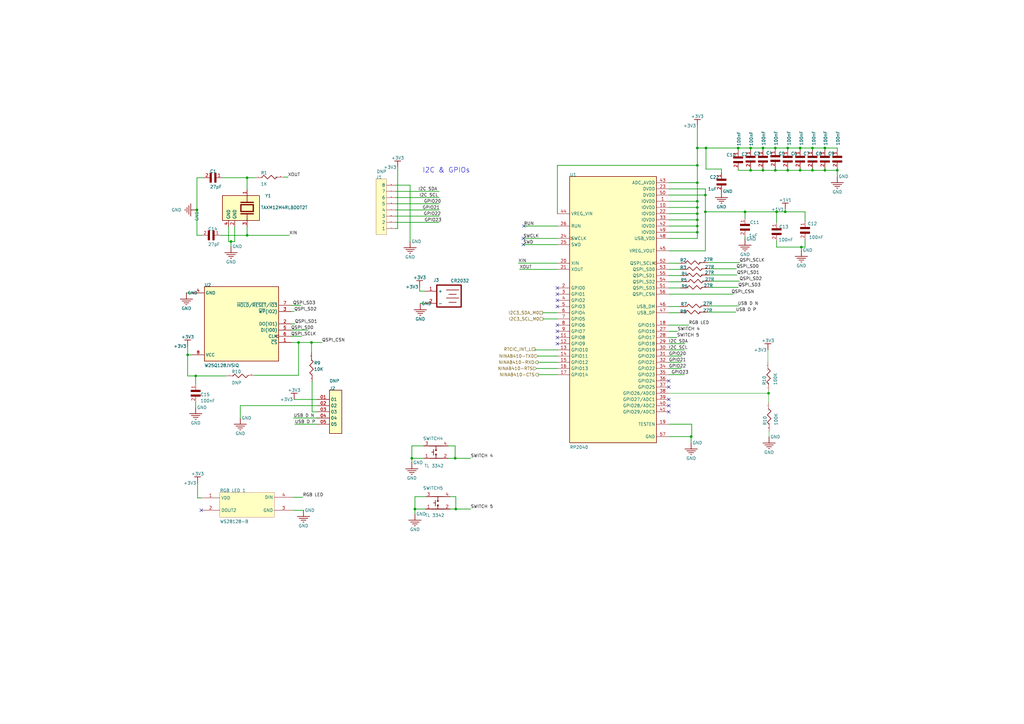
<source format=kicad_sch>
(kicad_sch (version 20230819) (generator eeschema)
  (paper "A3")
  (junction (at 318.516 86.868))
  (junction (at 343.408 69.85))
  (junction (at 305.562 86.868))
  (junction (at 315.214 161.29))
  (junction (at 80.772 86.106))
  (junction (at 328.676 101.346))
  (junction (at 307.848 69.85))
  (junction (at 323.088 60.706))
  (junction (at 168.91 187.96))
  (junction (at 127.762 140.462))
  (junction (at 328.168 60.706))
  (junction (at 186.944 208.788))
  (junction (at 289.306 80.01))
  (junction (at 286.004 74.93))
  (junction (at 312.928 60.706))
  (junction (at 286.004 92.71))
  (junction (at 94.742 99.06))
  (junction (at 318.008 60.706))
  (junction (at 170.18 208.788))
  (junction (at 286.004 82.55))
  (junction (at 302.768 60.706))
  (junction (at 286.004 67.818))
  (junction (at 286.004 85.09))
  (junction (at 289.56 60.706))
  (junction (at 338.328 69.85))
  (junction (at 283.464 179.07))
  (junction (at 318.008 69.85))
  (junction (at 286.004 95.25))
  (junction (at 322.072 86.868))
  (junction (at 333.248 69.85))
  (junction (at 101.346 72.898))
  (junction (at 186.69 187.96))
  (junction (at 286.004 90.17))
  (junction (at 289.306 86.868))
  (junction (at 333.248 60.706))
  (junction (at 312.928 69.85))
  (junction (at 286.004 87.63))
  (junction (at 80.264 154.178))
  (junction (at 323.088 69.85))
  (junction (at 338.328 60.706))
  (junction (at 328.168 69.85))
  (junction (at 101.346 96.52))
  (junction (at 307.848 60.706))
  (junction (at 122.428 140.462))
  (junction (at 76.962 145.542))
  (junction (at 286.004 60.706))
  (no_connect (at 228.6 123.19))
  (no_connect (at 228.6 118.11))
  (no_connect (at 228.6 140.97))
  (no_connect (at 274.32 158.75))
  (no_connect (at 274.32 163.83))
  (no_connect (at 228.6 133.35))
  (no_connect (at 228.6 120.65))
  (no_connect (at 274.32 166.37))
  (no_connect (at 214.63 97.79))
  (no_connect (at 228.6 135.89))
  (no_connect (at 228.6 125.73))
  (no_connect (at 214.63 100.33))
  (no_connect (at 214.884 92.71))
  (no_connect (at 82.55 209.296))
  (no_connect (at 228.6 138.43))
  (no_connect (at 274.32 168.91))
  (no_connect (at 274.32 156.21))
  (wire (pts (xy 333.248 60.706) (xy 338.328 60.706)) (stroke (width 0.254)))
  (wire (pts (xy 314.96 143.51) (xy 314.96 148.59)))
  (wire (pts (xy 127.762 144.78) (xy 127.762 140.462)) (stroke (width 0.254)))
  (wire (pts (xy 338.328 61.468) (xy 338.328 60.706)) (stroke (width 0.254)))
  (wire (pts (xy 78.74 120.142) (xy 76.454 120.142)) (stroke (width 0.254)))
  (wire (pts (xy 228.6 143.51) (xy 219.456 143.51)) (stroke (width 0.254)))
  (wire (pts (xy 318.008 60.706) (xy 323.088 60.706)) (stroke (width 0.254)))
  (wire (pts (xy 322.072 86.868) (xy 318.516 86.868)) (stroke (width 0.254)))
  (wire (pts (xy 289.306 77.47) (xy 289.306 80.01)) (stroke (width 0.254)))
  (wire (pts (xy 168.91 182.88) (xy 173.736 182.88)) (stroke (width 0.254)))
  (wire (pts (xy 302.26 112.776) (xy 290.83 112.776)) (stroke (width 0.254)))
  (wire (pts (xy 186.944 208.788) (xy 186.944 203.708)) (stroke (width 0.254)))
  (wire (pts (xy 328.168 69.85) (xy 328.168 69.088)) (stroke (width 0.254)))
  (wire (pts (xy 93.726 99.06) (xy 94.742 99.06)) (stroke (width 0.254)))
  (wire (pts (xy 286.004 90.17) (xy 286.004 87.63)) (stroke (width 0.254)))
  (wire (pts (xy 228.6 87.63) (xy 228.6 67.818)) (stroke (width 0.254)))
  (wire (pts (xy 279.4 148.59) (xy 274.32 148.59)) (stroke (width 0.254)))
  (wire (pts (xy 219.456 143.51) (xy 219.456 143.256)) (stroke (width 0.254)))
  (wire (pts (xy 274.32 128.27) (xy 278.384 128.27)) (stroke (width 0.254)))
  (wire (pts (xy 289.56 60.706) (xy 302.768 60.706)) (stroke (width 0.254)))
  (wire (pts (xy 315.4232 176.784) (xy 315.468 176.784)))
  (wire (pts (xy 130.048 168.91) (xy 128.016 168.91)) (stroke (width 0.254)))
  (wire (pts (xy 170.18 210.82) (xy 170.18 208.788)) (stroke (width 0.254)))
  (wire (pts (xy 323.088 69.85) (xy 323.088 69.088)) (stroke (width 0.254)))
  (wire (pts (xy 186.69 187.96) (xy 193.04 187.96)) (stroke (width 0.254)))
  (wire (pts (xy 83.566 72.898) (xy 80.772 72.898)) (stroke (width 0.254)))
  (wire (pts (xy 228.6 110.49) (xy 213.106 110.49)) (stroke (width 0.254)))
  (wire (pts (xy 228.6 97.79) (xy 214.63 97.79)) (stroke (width 0.254)))
  (wire (pts (xy 274.32 110.49) (xy 279.146 110.49)) (stroke (width 0.254)))
  (wire (pts (xy 101.346 72.898) (xy 91.186 72.898)) (stroke (width 0.254)))
  (wire (pts (xy 315.214 161.29) (xy 315.214 165.1)))
  (wire (pts (xy 81.026 198.12) (xy 81.026 204.216)) (stroke (width 0.254)))
  (wire (pts (xy 82.804 96.52) (xy 80.772 96.52)) (stroke (width 0.254)))
  (wire (pts (xy 162.356 75.946) (xy 168.198 75.946)) (stroke (width 0.254)))
  (wire (pts (xy 172.118 119.42) (xy 174.15 119.42)) (stroke (width 0.254)))
  (wire (pts (xy 81.026 204.216) (xy 82.55 204.216)) (stroke (width 0.254)))
  (wire (pts (xy 186.944 208.788) (xy 193.04 208.788)) (stroke (width 0.254)))
  (wire (pts (xy 280.67 143.51) (xy 274.32 143.51)) (stroke (width 0.254)))
  (wire (pts (xy 274.32 77.47) (xy 289.306 77.47)) (stroke (width 0.254)))
  (wire (pts (xy 283.464 179.07) (xy 283.718 179.07)) (stroke (width 0.254)))
  (wire (pts (xy 274.32 102.87) (xy 289.306 102.87)) (stroke (width 0.254)))
  (wire (pts (xy 328.676 101.346) (xy 328.676 102.616)) (stroke (width 0.254)))
  (wire (pts (xy 274.32 115.57) (xy 279.654 115.57)) (stroke (width 0.254)))
  (wire (pts (xy 101.346 92.964) (xy 101.346 96.52)) (stroke (width 0.254)))
  (wire (pts (xy 172.372 124.42) (xy 172.372 124.5)) (stroke (width 0.254)))
  (wire (pts (xy 80.264 157.48) (xy 80.264 154.178)) (stroke (width 0.254)))
  (wire (pts (xy 323.088 61.468) (xy 323.088 60.706)) (stroke (width 0.254)))
  (wire (pts (xy 302.006 110.236) (xy 290.83 110.236)) (stroke (width 0.254)))
  (wire (pts (xy 101.346 72.898) (xy 104.648 72.898)) (stroke (width 0.254)))
  (wire (pts (xy 307.848 69.85) (xy 307.848 69.088)) (stroke (width 0.254)))
  (wire (pts (xy 333.248 61.468) (xy 333.248 60.706)) (stroke (width 0.254)))
  (wire (pts (xy 279.654 146.05) (xy 274.32 146.05)) (stroke (width 0.254)))
  (wire (pts (xy 186.69 182.88) (xy 183.896 182.88)) (stroke (width 0.254)))
  (wire (pts (xy 328.168 69.85) (xy 323.088 69.85)) (stroke (width 0.254)))
  (wire (pts (xy 163.118 68.58) (xy 163.118 93.726)) (stroke (width 0.254)))
  (wire (pts (xy 303.276 107.696) (xy 290.068 107.696)) (stroke (width 0.254)))
  (wire (pts (xy 80.772 72.898) (xy 80.772 86.106)) (stroke (width 0.254)))
  (wire (pts (xy 318.516 86.868) (xy 305.562 86.868)) (stroke (width 0.254)))
  (wire (pts (xy 168.91 187.96) (xy 168.91 189.738)) (stroke (width 0.254)))
  (wire (pts (xy 328.168 60.706) (xy 328.168 61.468)) (stroke (width 0.254)))
  (wire (pts (xy 170.18 203.708) (xy 170.18 208.788)) (stroke (width 0.254)))
  (wire (pts (xy 286.004 60.706) (xy 286.004 51.562)) (stroke (width 0.254)))
  (wire (pts (xy 305.562 89.408) (xy 305.562 86.868)) (stroke (width 0.254)))
  (wire (pts (xy 333.248 69.85) (xy 333.248 69.088)) (stroke (width 0.254)))
  (wire (pts (xy 180.136 88.646) (xy 162.356 88.646)) (stroke (width 0.254)))
  (wire (pts (xy 80.264 154.178) (xy 92.71 154.178)) (stroke (width 0.254)))
  (wire (pts (xy 289.56 60.706) (xy 289.56 69.342)) (stroke (width 0.254)))
  (wire (pts (xy 212.598 107.95) (xy 228.6 107.95)) (stroke (width 0.254)))
  (wire (pts (xy 130.048 163.83) (xy 120.65 163.83)) (stroke (width 0.254)))
  (wire (pts (xy 328.676 101.346) (xy 330.2 101.346)) (stroke (width 0.254)))
  (wire (pts (xy 286.004 82.55) (xy 274.32 82.55)) (stroke (width 0.254)))
  (wire (pts (xy 303.276 115.316) (xy 291.338 115.316)) (stroke (width 0.254)))
  (wire (pts (xy 274.32 95.25) (xy 286.004 95.25)) (stroke (width 0.254)))
  (wire (pts (xy 119.38 132.842) (xy 120.904 132.842)) (stroke (width 0.254)))
  (wire (pts (xy 173.736 187.96) (xy 168.91 187.96)) (stroke (width 0.254)))
  (wire (pts (xy 123.698 137.922) (xy 119.38 137.922)) (stroke (width 0.254)))
  (wire (pts (xy 228.6 67.818) (xy 286.004 67.818)) (stroke (width 0.254)))
  (wire (pts (xy 333.248 60.706) (xy 328.168 60.706)) (stroke (width 0.254)))
  (wire (pts (xy 228.6 151.13) (xy 220.02 151.13)) (stroke (width 0.254)))
  (wire (pts (xy 228.6 148.59) (xy 220.692 148.59)) (stroke (width 0.254)))
  (wire (pts (xy 283.718 173.99) (xy 274.32 173.99)) (stroke (width 0.254)))
  (wire (pts (xy 180.136 86.106) (xy 162.356 86.106)) (stroke (width 0.254)))
  (wire (pts (xy 302.768 69.342) (xy 302.768 69.85)) (stroke (width 0.254)))
  (wire (pts (xy 274.32 161.29) (xy 315.214 161.29)))
  (wire (pts (xy 119.38 140.462) (xy 122.428 140.462)) (stroke (width 0.254)))
  (wire (pts (xy 172.118 117.642) (xy 172.118 119.42)) (stroke (width 0.254)))
  (wire (pts (xy 98.552 166.37) (xy 98.552 171.45)) (stroke (width 0.254)))
  (wire (pts (xy 283.464 181.61) (xy 283.464 179.07)) (stroke (width 0.254)))
  (wire (pts (xy 180.136 78.486) (xy 162.356 78.486)) (stroke (width 0.254)))
  (wire (pts (xy 124.206 203.962) (xy 120.142 203.962)) (stroke (width 0.254)))
  (wire (pts (xy 318.008 69.85) (xy 318.008 68.834)) (stroke (width 0.254)))
  (wire (pts (xy 282.448 133.35) (xy 274.32 133.35)) (stroke (width 0.254)))
  (wire (pts (xy 228.6 128.27) (xy 222.6 128.27)) (stroke (width 0.254)))
  (wire (pts (xy 274.32 113.03) (xy 279.146 113.03)) (stroke (width 0.254)))
  (wire (pts (xy 274.32 179.07) (xy 283.464 179.07)) (stroke (width 0.254)))
  (wire (pts (xy 328.676 101.346) (xy 318.516 101.346)) (stroke (width 0.254)))
  (wire (pts (xy 277.876 135.89) (xy 274.32 135.89)) (stroke (width 0.254)))
  (wire (pts (xy 318.516 91.186) (xy 318.516 86.868)) (stroke (width 0.254)))
  (wire (pts (xy 312.928 69.85) (xy 318.008 69.85)) (stroke (width 0.254)))
  (wire (pts (xy 274.32 90.17) (xy 286.004 90.17)) (stroke (width 0.254)))
  (wire (pts (xy 101.346 96.52) (xy 90.424 96.52)) (stroke (width 0.254)))
  (wire (pts (xy 128.016 168.91) (xy 128.016 156.464)) (stroke (width 0.254)))
  (wire (pts (xy 343.408 69.85) (xy 338.328 69.85)) (stroke (width 0.254)))
  (wire (pts (xy 94.742 99.06) (xy 94.742 101.092)) (stroke (width 0.254)))
  (wire (pts (xy 214.884 92.71) (xy 228.6 92.71)) (stroke (width 0.254)))
  (wire (pts (xy 338.328 60.706) (xy 343.408 60.706)) (stroke (width 0.254)))
  (wire (pts (xy 330.2 101.346) (xy 330.2 98.298)) (stroke (width 0.254)))
  (wire (pts (xy 286.004 92.71) (xy 286.004 90.17)) (stroke (width 0.254)))
  (wire (pts (xy 174.15 124.42) (xy 172.372 124.42)) (stroke (width 0.254)))
  (wire (pts (xy 120.65 127.762) (xy 119.38 127.762)) (stroke (width 0.254)))
  (wire (pts (xy 283.718 179.07) (xy 283.718 173.99)) (stroke (width 0.254)))
  (wire (pts (xy 343.408 60.706) (xy 343.408 61.468)) (stroke (width 0.254)))
  (wire (pts (xy 93.726 92.964) (xy 93.726 99.06)) (stroke (width 0.254)))
  (wire (pts (xy 307.848 60.706) (xy 312.928 60.706)) (stroke (width 0.254)))
  (wire (pts (xy 315.4232 179.1707) (xy 315.4232 176.784)))
  (wire (pts (xy 120.142 209.296) (xy 124.46 209.296)) (stroke (width 0.254)))
  (wire (pts (xy 286.004 67.818) (xy 286.004 60.706)) (stroke (width 0.254)))
  (wire (pts (xy 312.928 61.468) (xy 312.928 60.706)) (stroke (width 0.254)))
  (wire (pts (xy 315.214 160.274) (xy 315.214 161.29)))
  (wire (pts (xy 126.238 135.382) (xy 119.38 135.382)) (stroke (width 0.254)))
  (wire (pts (xy 80.264 154.178) (xy 76.962 154.178)) (stroke (width 0.254)))
  (wire (pts (xy 330.2 86.868) (xy 322.072 86.868)) (stroke (width 0.254)))
  (wire (pts (xy 305.562 98.044) (xy 305.562 97.028)) (stroke (width 0.254)))
  (wire (pts (xy 301.752 128.016) (xy 290.068 128.016)) (stroke (width 0.254)))
  (wire (pts (xy 168.198 75.946) (xy 168.198 99.06)) (stroke (width 0.254)))
  (wire (pts (xy 280.924 140.97) (xy 274.32 140.97)) (stroke (width 0.254)))
  (wire (pts (xy 302.768 69.85) (xy 307.848 69.85)) (stroke (width 0.254)))
  (wire (pts (xy 274.32 97.79) (xy 286.004 97.79)) (stroke (width 0.254)))
  (wire (pts (xy 286.004 97.79) (xy 286.004 95.25)) (stroke (width 0.254)))
  (wire (pts (xy 322.072 85.852) (xy 322.072 86.868)) (stroke (width 0.254)))
  (wire (pts (xy 120.904 173.99) (xy 130.048 173.99)) (stroke (width 0.254)))
  (wire (pts (xy 289.306 80.01) (xy 274.32 80.01)) (stroke (width 0.254)))
  (wire (pts (xy 286.004 60.706) (xy 289.56 60.706)) (stroke (width 0.254)))
  (wire (pts (xy 122.428 153.924) (xy 104.394 153.924)) (stroke (width 0.254)))
  (wire (pts (xy 274.32 92.71) (xy 286.004 92.71)) (stroke (width 0.254)))
  (wire (pts (xy 122.428 140.462) (xy 127.762 140.462)) (stroke (width 0.254)))
  (wire (pts (xy 300.736 120.65) (xy 274.32 120.65)) (stroke (width 0.254)))
  (wire (pts (xy 307.848 60.706) (xy 302.768 60.706)) (stroke (width 0.254)))
  (wire (pts (xy 286.004 85.09) (xy 286.004 82.55)) (stroke (width 0.254)))
  (wire (pts (xy 180.136 81.026) (xy 162.356 81.026)) (stroke (width 0.254)))
  (wire (pts (xy 127.762 140.462) (xy 132.08 140.462)) (stroke (width 0.254)))
  (wire (pts (xy 101.346 96.52) (xy 118.618 96.52)) (stroke (width 0.254)))
  (wire (pts (xy 94.742 99.06) (xy 96.266 99.06)) (stroke (width 0.254)))
  (wire (pts (xy 295.91 69.342) (xy 295.91 70.866)) (stroke (width 0.254)))
  (wire (pts (xy 333.248 69.85) (xy 338.328 69.85)) (stroke (width 0.254)))
  (wire (pts (xy 286.004 87.63) (xy 286.004 85.09)) (stroke (width 0.254)))
  (wire (pts (xy 280.67 153.67) (xy 274.32 153.67)) (stroke (width 0.254)))
  (wire (pts (xy 120.396 171.45) (xy 130.048 171.45)) (stroke (width 0.254)))
  (wire (pts (xy 289.56 69.342) (xy 295.91 69.342)) (stroke (width 0.254)))
  (wire (pts (xy 318.516 101.346) (xy 318.516 98.806)) (stroke (width 0.254)))
  (wire (pts (xy 274.32 107.95) (xy 278.384 107.95)) (stroke (width 0.254)))
  (wire (pts (xy 289.306 102.87) (xy 289.306 86.868)) (stroke (width 0.254)))
  (wire (pts (xy 290.576 125.476) (xy 303.022 125.476)) (stroke (width 0.254)))
  (wire (pts (xy 286.004 95.25) (xy 286.004 92.71)) (stroke (width 0.254)))
  (wire (pts (xy 279.4 151.13) (xy 274.32 151.13)) (stroke (width 0.254)))
  (wire (pts (xy 80.772 96.52) (xy 80.772 86.106)) (stroke (width 0.254)))
  (wire (pts (xy 277.622 138.43) (xy 274.32 138.43)) (stroke (width 0.254)))
  (wire (pts (xy 184.658 208.788) (xy 186.944 208.788)) (stroke (width 0.254)))
  (wire (pts (xy 305.562 86.868) (xy 289.306 86.868)) (stroke (width 0.254)))
  (wire (pts (xy 80.264 165.1) (xy 80.264 167.132)) (stroke (width 0.254)))
  (wire (pts (xy 307.848 69.85) (xy 312.928 69.85)) (stroke (width 0.254)))
  (wire (pts (xy 186.944 203.708) (xy 184.658 203.708)) (stroke (width 0.254)))
  (wire (pts (xy 307.848 61.468) (xy 307.848 60.706)) (stroke (width 0.254)))
  (wire (pts (xy 274.32 74.93) (xy 286.004 74.93)) (stroke (width 0.254)))
  (wire (pts (xy 302.768 117.856) (xy 290.83 117.856)) (stroke (width 0.254)))
  (wire (pts (xy 318.008 61.214) (xy 318.008 60.706)) (stroke (width 0.254)))
  (wire (pts (xy 330.2 90.678) (xy 330.2 86.868)) (stroke (width 0.254)))
  (wire (pts (xy 220.782 153.67) (xy 228.6 153.67)) (stroke (width 0.254)))
  (wire (pts (xy 116.332 72.644) (xy 118.11 72.644)) (stroke (width 0.254)))
  (wire (pts (xy 168.91 187.96) (xy 168.91 182.88)) (stroke (width 0.254)))
  (wire (pts (xy 76.962 145.542) (xy 78.74 145.542)) (stroke (width 0.254)))
  (wire (pts (xy 274.32 125.73) (xy 278.892 125.73)) (stroke (width 0.254)))
  (wire (pts (xy 343.408 69.85) (xy 343.408 72.39)) (stroke (width 0.254)))
  (wire (pts (xy 312.928 69.85) (xy 312.928 69.088)) (stroke (width 0.254)))
  (wire (pts (xy 274.32 118.11) (xy 279.146 118.11)) (stroke (width 0.254)))
  (wire (pts (xy 163.118 93.726) (xy 162.356 93.726)) (stroke (width 0.254)))
  (wire (pts (xy 343.408 69.85) (xy 343.408 69.088)) (stroke (width 0.254)))
  (wire (pts (xy 122.428 140.462) (xy 122.428 153.924)) (stroke (width 0.254)))
  (wire (pts (xy 174.498 203.708) (xy 170.18 203.708)) (stroke (width 0.254)))
  (wire (pts (xy 228.6 130.81) (xy 222.726 130.81)) (stroke (width 0.254)))
  (wire (pts (xy 318.008 69.85) (xy 323.088 69.85)) (stroke (width 0.254)))
  (wire (pts (xy 96.266 99.06) (xy 96.266 92.964)) (stroke (width 0.254)))
  (wire (pts (xy 101.346 77.724) (xy 101.346 72.898)) (stroke (width 0.254)))
  (wire (pts (xy 130.048 166.37) (xy 98.552 166.37)) (stroke (width 0.254)))
  (wire (pts (xy 180.136 83.566) (xy 162.356 83.566)) (stroke (width 0.254)))
  (wire (pts (xy 183.896 187.96) (xy 186.69 187.96)) (stroke (width 0.254)))
  (wire (pts (xy 338.328 69.85) (xy 338.328 69.088)) (stroke (width 0.254)))
  (wire (pts (xy 323.088 60.706) (xy 328.168 60.706)) (stroke (width 0.254)))
  (wire (pts (xy 312.928 60.706) (xy 318.008 60.706)) (stroke (width 0.254)))
  (wire (pts (xy 286.004 82.55) (xy 286.004 74.93)) (stroke (width 0.254)))
  (wire (pts (xy 76.962 154.178) (xy 76.962 145.542)) (stroke (width 0.254)))
  (wire (pts (xy 170.18 208.788) (xy 174.498 208.788)) (stroke (width 0.254)))
  (wire (pts (xy 302.768 60.706) (xy 302.768 61.722)) (stroke (width 0.254)))
  (wire (pts (xy 186.69 187.96) (xy 186.69 182.88)) (stroke (width 0.254)))
  (wire (pts (xy 286.004 85.09) (xy 274.32 85.09)) (stroke (width 0.254)))
  (wire (pts (xy 123.444 125.222) (xy 119.38 125.222)) (stroke (width 0.254)))
  (wire (pts (xy 76.962 141.986) (xy 76.962 145.542)) (stroke (width 0.254)))
  (wire (pts (xy 286.004 74.93) (xy 286.004 67.818)) (stroke (width 0.254)))
  (wire (pts (xy 289.306 86.868) (xy 289.306 80.01)) (stroke (width 0.254)))
  (wire (pts (xy 228.6 146.05) (xy 220.563 146.05)) (stroke (width 0.254)))
  (wire (pts (xy 180.136 91.186) (xy 162.356 91.186)) (stroke (width 0.254)))
  (wire (pts (xy 328.168 69.85) (xy 333.248 69.85)) (stroke (width 0.254)))
  (wire (pts (xy 286.004 87.63) (xy 274.32 87.63)) (stroke (width 0.254)))
  (wire (pts (xy 228.6 100.33) (xy 214.63 100.33)) (stroke (width 0.254)))
  (text "I2C & GPIOs" (at 173.278 71.12 0) (effects (font (size 2.032 2.032)) (justify left bottom)))
  (label "QSPI_SCLK" (at 119.38 137.922 0))
  (label "QSPI_SD2" (at 120.65 127.762 0))
  (label "GPIO22" (at 173.736 88.646 0))
  (label "SWITCH 5" (at 277.622 138.43 0))
  (label "QSPI_CSN" (at 299.974 120.65 0))
  (label "QSPI_SD1" (at 302.26 112.776 0))
  (label "GPIO23" (at 174.04 91.186 0))
  (label "USB D N" (at 302.514 125.476 0))
  (label "QSPI_SCLK" (at 303.276 107.696 0))
  (label "GPIO20" (at 173.828 83.566 0))
  (label "RGB LED" (at 282.448 133.35 0))
  (label "QSPI_SD2" (at 303.276 115.316 0))
  (label "QSPI_SD1" (at 120.904 132.842 0))
  (label "I2C SDA" (at 171.56 78.486 0))
  (label "QSPI_SD3" (at 120.142 125.222 0))
  (label "XIN" (at 118.618 96.52 0))
  (label "QSPI_SD0" (at 119.38 135.382 0))
  (label "GPIO21" (at 173.278 86.106 0))
  (label "I2C SDA" (at 274.32 140.97 0))
  (label "USB D P" (at 301.752 128.016 0))
  (label "SWITCH 4" (at 193.04 187.96 0))
  (label "GPIO21" (at 274.32 148.59 0))
  (label "I2C SCL" (at 274.32 143.51 0))
  (label "" (at 121.666 163.83 0))
  (label "I2C SCL" (at 171.965 81.026 0))
  (label "XOUT" (at 213.106 110.49 0))
  (label "SWCLK" (at 214.63 97.79 0))
  (label "RUN" (at 214.884 92.71 0))
  (label "QSPI_CSN" (at 132.08 140.462 0))
  (label "GPIO20" (at 274.32 146.05 0))
  (label "QSPI_SD0" (at 302.006 110.236 0))
  (label "XOUT" (at 118.11 72.644 0))
  (label "XIN" (at 212.598 107.95 0))
  (label "USB D N" (at 120.396 171.45 0))
  (label "GPIO22" (at 274.32 151.13 0))
  (label "USB D P" (at 120.904 173.99 0))
  (label "RGB LED" (at 124.206 203.962 0))
  (label "QSPI_SD3" (at 302.768 117.856 0))
  (label "SWITCH 5" (at 193.04 208.788 0))
  (label "GPIO23" (at 275.336 153.67 0))
  (label "SWITCH 4" (at 277.876 135.89 0))
  (label "SWD" (at 214.63 100.33 0))
  (hierarchical_label "NINAB410-RTS" (shape input) (at 220.02 151.13 180))
  (hierarchical_label "NINAB410-RXD" (shape output) (at 220.692 148.59 180))
  (hierarchical_label "I2C3_SDA_M0" (shape passive) (at 222.6 128.27 180))
  (hierarchical_label "RTCIC_INT_L" (shape passive) (at 219.456 143.256 180))
  (hierarchical_label "I2C3_SCL_M0" (shape passive) (at 222.726 130.81 180))
  (hierarchical_label "NINAB410-TXD" (shape input) (at 220.563 146.05 180))
  (hierarchical_label "NINAB410-CTS" (shape output) (at 220.782 153.67 180))
  (symbol (lib_id "RP2040-altium-import:GND") (at 170.18 210.82 0) (unit 1)
    (property "Reference" "#PWR?" (effects hide))
    (property "Value" "GND" (at 170.18 217.17 0))
    (instances (project "RP2040" (path "" (reference "#PWR?") (unit 1))) (project "Bluetooth_Beacon_Kicad" (path "" (reference "#PWR032") (unit 1))))
  )
  (symbol (lib_id "RP2040-altium-import:+3V3") (at 314.96 143.51 180) (unit 1)
    (property "Reference" "#PWR?" (effects hide))
    (property "Value" "+3V3" (at 314.96 139.7 0))
    (instances (project "RP2040" (path "" (reference "#PWR?") (unit 1))) (project "Bluetooth_Beacon_Kicad" (path "" (reference "#PWR046") (unit 1))))
  )
  (symbol (lib_id "RP2040-altium-import:+3V3") (at 172.118 117.642 180) (unit 1)
    (property "Reference" "#PWR?" (effects hide))
    (property "Value" "+3V3" (at 172.118 113.832 0))
    (instances (project "RP2040" (path "" (reference "#PWR?") (unit 1))) (project "Bluetooth_Beacon_Kicad" (path "" (reference "#PWR027") (unit 1))))
  )
  (symbol (lib_id "RP2040-altium-import:GND") (at 305.562 98.044 0) (unit 1)
    (property "Reference" "#PWR?" (effects hide))
    (property "Value" "GND" (at 305.562 104.394 0))
    (instances (project "RP2040" (path "" (reference "#PWR?") (unit 1))) (project "Bluetooth_Beacon_Kicad" (path "" (reference "#PWR036") (unit 1))))
  )
  (symbol (lib_id "RP2040-altium-import:root_2_1K") (at 310.134 146.812 90) (unit 1)
    (property "Reference" "R10" (at 314.198 157.988 0) (effects (justify left bottom)))
    (property "Value" "100K" (at 318.77 157.988 0) (effects (justify left bottom)))
    (property "Footprint" "Resistor_SMD:R_0402_1005Metric" (effects hide))
    (instances (project "RP2040" (path "" (reference "R10") (unit 1))) (project "Bluetooth_Beacon_Kicad" (path "" (reference "R20") (unit 1))))
  )
  (symbol (lib_id "RP2040-altium-import:root_1_C0402C220K4RACTU") (at 312.928 66.548 0) (unit 1)
    (property "Reference" "C3" (at 309.118 63.754 0) (effects (justify left bottom)))
    (property "Value" "100nF" (at 313.944 59.69 90) (effects (justify left bottom)))
    (property "Footprint" "c_0402" (effects hide))
    (property "MP" "C0402C220K4RACTU" (effects hide))
    (property "SNAPEDA_LINK" "https://www.snapeda.com/parts/C0402C220K4RACTU/KEMET/view-part/2040769/?ref=snap" (effects hide))
    (property "PRICE" "None" (effects hide))
    (property "MF" "KEMET" (effects hide))
    (property "PACKAGE" "0402 KEMET" (effects hide))
    (property "AVAILABILITY" "Unavailable" (effects hide))
    (property "ALTIUM_VALUE" "*" (effects hide))
  )
  (symbol (lib_id "RP2040-altium-import:root_0_RP2040") (at 251.46 120.65 0) (unit 1)
    (property "Reference" "U1" (at 233.68 72.39 0) (effects (justify left bottom)))
    (property "Value" "RP2040" (at 233.68 184.15 0) (effects (justify left bottom)))
    (property "Footprint" "QFN40P700X700X90-57N" (effects hide))
    (property "CHECK_PRICES" "https://www.snapeda.com/parts/RP2040/Raspberry+Pi/view-part/?ref=eda" (effects hide))
    (property "ALTIUM_VALUE" "*" (effects hide))
    (property "AVAILABILITY" "In Stock" (effects hide))
    (property "MP" "RP2040" (effects hide))
    (property "PRICE" "None" (effects hide))
    (property "PACKAGE" "None" (effects hide))
    (property "SNAPEDA_LINK" "https://www.snapeda.com/parts/RP2040/Raspberry+Pi/view-part/?ref=snap" (effects hide))
    (property "PURCHASE-URL" "https://pricing.snapeda.com/search/part/RP2040/?ref=eda" (effects hide))
    (property "MF" "Raspberry Pi" (effects hide))
  )
  (symbol (lib_id "RP2040-altium-import:GND") (at 172.372 124.5 0) (unit 1)
    (property "Reference" "#PWR?" (effects hide))
    (property "Value" "GND" (at 172.372 130.85 0))
    (instances (project "RP2040" (path "" (reference "#PWR?") (unit 1))) (project "Bluetooth_Beacon_Kicad" (path "" (reference "#PWR028") (unit 1))))
  )
  (symbol (lib_id "RP2040-altium-import:root_1_C0402C220K4RACTU") (at 333.248 66.548 0) (unit 1)
    (property "Reference" "C7" (at 329.438 63.754 0) (effects (justify left bottom)))
    (property "Value" "100nF" (at 334.518 59.69 90) (effects (justify left bottom)))
    (property "Footprint" "c_0402" (effects hide))
    (property "MP" "C0402C220K4RACTU" (effects hide))
    (property "SNAPEDA_LINK" "https://www.snapeda.com/parts/C0402C220K4RACTU/KEMET/view-part/2040769/?ref=snap" (effects hide))
    (property "PRICE" "None" (effects hide))
    (property "MF" "KEMET" (effects hide))
    (property "PACKAGE" "0402 KEMET" (effects hide))
    (property "AVAILABILITY" "Unavailable" (effects hide))
    (property "ALTIUM_VALUE" "*" (effects hide))
  )
  (symbol (lib_id "RP2040-altium-import:root_0_90120-0768") (at 99.872 124.206 0) (unit 1)
    (property "Reference" "J1" (at 154.228 73.406 0) (effects (justify left bottom)))
    (property "Value" "DNP" (at 154.432 71.12 0) (effects (justify left bottom)))
    (property "Footprint" "Header_8Ways_2x54" (effects hide))
  )
  (symbol (lib_id "RP2040-altium-import:+3V3") (at 76.962 141.986 180) (unit 1)
    (property "Reference" "#PWR?" (effects hide))
    (property "Value" "+3V3" (at 76.962 138.176 0))
    (instances (project "RP2040" (path "" (reference "#PWR?") (unit 1))) (project "Bluetooth_Beacon_Kicad" (path "" (reference "#PWR019") (unit 1))))
  )
  (symbol (lib_id "RP2040-altium-import:+3V3") (at 286.004 51.562 180) (unit 1)
    (property "Reference" "#PWR?" (effects hide))
    (property "Value" "+3V3" (at 286.004 47.752 0))
    (instances (project "RP2040" (path "" (reference "#PWR?") (unit 1))) (project "Bluetooth_Beacon_Kicad" (path "" (reference "#PWR034") (unit 1))))
  )
  (symbol (lib_id "RP2040-altium-import:GND") (at 94.742 101.092 0) (unit 1)
    (property "Reference" "#PWR?" (effects hide))
    (property "Value" "GND" (at 94.742 107.442 0))
    (instances (project "RP2040" (path "" (reference "#PWR?") (unit 1))) (project "Bluetooth_Beacon_Kicad" (path "" (reference "#PWR023") (unit 1))))
  )
  (symbol (lib_id "RP2040-altium-import:root_0_4x4 Switch") (at 166.878 216.408 0) (unit 1)
    (property "Reference" "SWITCH5" (at 173.482 200.914 0) (effects (justify left bottom)))
    (property "Value" "TL 3342" (at 174.244 212.09 0) (effects (justify left bottom)))
    (property "Footprint" "TL 3342" (effects hide))
  )
  (symbol (lib_id "RP2040-altium-import:+3V3") (at 120.65 163.83 180) (unit 1)
    (property "Reference" "#PWR?" (effects hide))
    (property "Value" "+3V3" (at 120.65 160.02 0))
    (instances (project "RP2040" (path "" (reference "#PWR?") (unit 1))) (project "Bluetooth_Beacon_Kicad" (path "" (reference "#PWR025") (unit 1))))
  )
  (symbol (lib_id "RP2040-altium-import:root_0_1K") (at 277.368 122.936 0) (unit 1)
    (property "Reference" "R6" (at 279.4 118.11 0) (effects (justify left bottom)))
    (property "Value" "27R" (at 288.544 117.856 0) (effects (justify left bottom)))
    (property "Footprint" "Res_0402" (effects hide))
  )
  (symbol (lib_id "RP2040-altium-import:root_0_1K") (at 102.87 77.724 0) (unit 1)
    (property "Reference" "R1" (at 106.934 71.628 0) (effects (justify left bottom)))
    (property "Value" "1K" (at 106.934 76.2 0) (effects (justify left bottom)))
    (property "Footprint" "Res_0402" (effects hide))
  )
  (symbol (lib_id "RP2040-altium-import:root_1_C0402C220K4RACTU") (at 302.768 66.802 0) (unit 1)
    (property "Reference" "C10" (at 297.942 64.262 0) (effects (justify left bottom)))
    (property "Value" "100nF" (at 303.784 59.944 90) (effects (justify left bottom)))
    (property "Footprint" "CAPC1005X55N" (effects hide))
    (property "MP" "C0402C220K4RACTU" (effects hide))
    (property "SNAPEDA_LINK" "https://www.snapeda.com/parts/C0402C220K4RACTU/KEMET/view-part/2040769/?ref=snap" (effects hide))
    (property "PRICE" "None" (effects hide))
    (property "MF" "KEMET" (effects hide))
    (property "PACKAGE" "0402 KEMET" (effects hide))
    (property "AVAILABILITY" "Unavailable" (effects hide))
    (property "ALTIUM_VALUE" "*" (effects hide))
  )
  (symbol (lib_id "RP2040-altium-import:root_2_W25Q128JVSIM_TR") (at 99.06 132.842 0) (unit 1)
    (property "Reference" "U2" (at 83.82 117.602 0) (effects (justify left bottom)))
    (property "Value" "W25Q128JVSIQ" (at 83.82 150.622 0) (effects (justify left bottom)))
    (property "Footprint" "W25Q128JVSIQ" (effects hide))
    (property "MF" "Winbond Electronics" (effects hide))
    (property "AVAILABILITY" "In Stock" (effects hide))
    (property "CHECK_PRICES" "https://www.snapeda.com/parts/W25Q128JVSIM%20TR/Winbond+Electronics/view-part/?ref=eda" (effects hide))
    (property "SNAPEDA_LINK" "https://www.snapeda.com/parts/W25Q128JVSIM%20TR/Winbond+Electronics/view-part/?ref=snap" (effects hide))
    (property "PURCHASE-URL" "https://pricing.snapeda.com/search/part/W25Q128JVSIM TR/?ref=eda" (effects hide))
    (property "PACKAGE" "SOIC-8 Winbond" (effects hide))
    (property "MP" "W25Q128JVSIM TR" (effects hide))
    (property "ALTIUM_VALUE" "*" (effects hide))
    (property "PRICE" "None" (effects hide))
  )
  (symbol (lib_id "RP2040-altium-import:GND") (at 315.4232 179.1707 0) (unit 1)
    (property "Reference" "#PWR?" (effects hide))
    (property "Value" "GND" (at 315.4232 185.5207 0))
    (instances (project "RP2040" (path "" (reference "#PWR?") (unit 1))) (project "Bluetooth_Beacon_Kicad" (path "" (reference "#PWR047") (unit 1))))
  )
  (symbol (lib_id "RP2040-altium-import:root_1_C0402C220K4RACTU") (at 305.562 94.488 0) (unit 1)
    (property "Reference" "C11" (at 307.594 91.948 0) (effects (justify left bottom)))
    (property "Value" "1uF" (at 307.086 97.282 0) (effects (justify left bottom)))
    (property "Footprint" "c_0402" (effects hide))
    (property "MP" "C0402C220K4RACTU" (effects hide))
    (property "SNAPEDA_LINK" "https://www.snapeda.com/parts/C0402C220K4RACTU/KEMET/view-part/2040769/?ref=snap" (effects hide))
    (property "PRICE" "None" (effects hide))
    (property "MF" "KEMET" (effects hide))
    (property "PACKAGE" "0402 KEMET" (effects hide))
    (property "AVAILABILITY" "Unavailable" (effects hide))
    (property "ALTIUM_VALUE" "*" (effects hide))
  )
  (symbol (lib_id "RP2040-altium-import:GND") (at 98.552 171.45 0) (unit 1)
    (property "Reference" "#PWR?" (effects hide))
    (property "Value" "GND" (at 98.552 177.8 0))
    (instances (project "RP2040" (path "" (reference "#PWR?") (unit 1))) (project "Bluetooth_Beacon_Kicad" (path "" (reference "#PWR024") (unit 1))))
  )
  (symbol (lib_id "RP2040-altium-import:root_2_1K") (at 106.172 149.098 0) (unit 1)
    (property "Reference" "R10" (at 94.996 153.162 0) (effects (justify left bottom)))
    (property "Value" "DNP" (at 94.996 157.734 0) (effects (justify left bottom)))
    (property "Footprint" "Res_0402" (effects hide))
  )
  (symbol (lib_id "RP2040-altium-import:root_0_1K") (at 276.606 133.096 0) (unit 1)
    (property "Reference" "R8" (at 278.892 128.524 0) (effects (justify left bottom)))
    (property "Value" "27R" (at 288.29 128.016 0) (effects (justify left bottom)))
    (property "Footprint" "Res_0402" (effects hide))
  )
  (symbol (lib_id "RP2040-altium-import:root_0_TSM-105-02-T-SV") (at 140.208 168.91 0) (unit 1)
    (property "Reference" "J2" (at 135.128 160.02 0) (effects (justify left bottom)))
    (property "Value" "DNP" (at 135.128 156.972 0) (effects (justify left bottom)))
    (property "Footprint" "Header 5 Ways 2x54" (effects hide))
    (property "MF" "Samtec" (effects hide))
    (property "PACKAGE" "None" (effects hide))
    (property "PRICE" "None" (effects hide))
    (property "AVAILABILITY" "In Stock" (effects hide))
    (property "CHECK_PRICES" "https://www.snapeda.com/parts/TSM-105-02-T-SV/Samtec/view-part/3428522/?ref=eda" (effects hide))
    (property "PURCHASE-URL" "https://pricing.snapeda.com/search/part/TSM-105-02-T-SV/?ref=eda" (effects hide))
    (property "MP" "TSM-105-02-T-SV" (effects hide))
    (property "SNAPEDA_LINK" "https://www.snapeda.com/parts/TSM-105-02-T-SV/Samtec/view-part/3428522/?ref=snap" (effects hide))
    (property "ALTIUM_VALUE" "*" (effects hide))
  )
  (symbol (lib_id "RP2040-altium-import:root_1_C0402C220K4RACTU") (at 343.408 66.548 0) (unit 1)
    (property "Reference" "C9" (at 339.598 63.754 0) (effects (justify left bottom)))
    (property "Value" "100nF" (at 344.424 59.69 90) (effects (justify left bottom)))
    (property "Footprint" "c_0402" (effects hide))
    (property "MP" "C0402C220K4RACTU" (effects hide))
    (property "SNAPEDA_LINK" "https://www.snapeda.com/parts/C0402C220K4RACTU/KEMET/view-part/2040769/?ref=snap" (effects hide))
    (property "PRICE" "None" (effects hide))
    (property "MF" "KEMET" (effects hide))
    (property "PACKAGE" "0402 KEMET" (effects hide))
    (property "AVAILABILITY" "Unavailable" (effects hide))
    (property "ALTIUM_VALUE" "*" (effects hide))
  )
  (symbol (lib_id "RP2040-altium-import:root_1_C0402C220K4RACTU") (at 323.088 66.548 0) (unit 1)
    (property "Reference" "C5" (at 319.278 63.754 0) (effects (justify left bottom)))
    (property "Value" "100nF" (at 324.358 59.69 90) (effects (justify left bottom)))
    (property "Footprint" "c_0402" (effects hide))
    (property "MP" "C0402C220K4RACTU" (effects hide))
    (property "SNAPEDA_LINK" "https://www.snapeda.com/parts/C0402C220K4RACTU/KEMET/view-part/2040769/?ref=snap" (effects hide))
    (property "PRICE" "None" (effects hide))
    (property "MF" "KEMET" (effects hide))
    (property "PACKAGE" "0402 KEMET" (effects hide))
    (property "AVAILABILITY" "Unavailable" (effects hide))
    (property "ALTIUM_VALUE" "*" (effects hide))
  )
  (symbol (lib_id "RP2040-altium-import:root_0_WS28128-B") (at 77.47 215.646 0) (unit 1)
    (property "Reference" "RGB LED 1" (at 90.17 201.93 0) (effects (justify left bottom)))
    (property "Value" "WS28128-B" (at 90.17 214.63 0) (effects (justify left bottom)))
    (property "Footprint" "WS28128-B" (effects hide))
    (instances (project "RP2040" (path "" (reference "RGB LED 1") (unit 1))) (project "Bluetooth_Beacon_Kicad" (path "" (reference "RGB_LED1") (unit 1))))
  )
  (symbol (lib_id "RP2040-altium-import:+3V3") (at 163.118 68.58 180) (unit 1)
    (property "Reference" "#PWR?" (effects hide))
    (property "Value" "+3V3" (at 163.118 64.77 0))
    (instances (project "RP2040" (path "" (reference "#PWR?") (unit 1))) (project "Bluetooth_Beacon_Kicad" (path "" (reference "#PWR029") (unit 1))))
  )
  (symbol (lib_id "RP2040-altium-import:root_1_C0402C220K4RACTU") (at 307.848 66.548 0) (unit 1)
    (property "Reference" "C2" (at 304.038 64.008 0) (effects (justify left bottom)))
    (property "Value" "100nF" (at 308.864 59.944 90) (effects (justify left bottom)))
    (property "Footprint" "c_0402" (effects hide))
    (property "MP" "C0402C220K4RACTU" (effects hide))
    (property "SNAPEDA_LINK" "https://www.snapeda.com/parts/C0402C220K4RACTU/KEMET/view-part/2040769/?ref=snap" (effects hide))
    (property "PRICE" "None" (effects hide))
    (property "MF" "KEMET" (effects hide))
    (property "PACKAGE" "0402 KEMET" (effects hide))
    (property "AVAILABILITY" "Unavailable" (effects hide))
    (property "ALTIUM_VALUE" "*" (effects hide))
  )
  (symbol (lib_id "RP2040-altium-import:root_0_C0402C220K4RACTU") (at 85.344 96.52 0) (unit 1)
    (property "Reference" "C14" (at 85.344 94.615 0) (effects (justify left bottom)))
    (property "Value" "27pF" (at 85.344 100.965 0) (effects (justify left bottom)))
    (property "Footprint" "C_0402" (effects hide))
    (property "MP" "C0402C220K4RACTU" (effects hide))
    (property "SNAPEDA_LINK" "https://www.snapeda.com/parts/C0402C220K4RACTU/KEMET/view-part/2040769/?ref=snap" (effects hide))
    (property "PRICE" "None" (effects hide))
    (property "MF" "KEMET" (effects hide))
    (property "PACKAGE" "0402 KEMET" (effects hide))
    (property "AVAILABILITY" "Unavailable" (effects hide))
    (property "ALTIUM_VALUE" "*" (effects hide))
  )
  (symbol (lib_id "RP2040-altium-import:root_1_1K") (at 132.842 158.242 0) (unit 1)
    (property "Reference" "R9" (at 128.778 149.606 0) (effects (justify left bottom)))
    (property "Value" "10K" (at 128.778 152.146 0) (effects (justify left bottom)))
    (property "Footprint" "Res_0402" (effects hide))
  )
  (symbol (lib_id "RP2040-altium-import:GND") (at 76.454 120.142 0) (unit 1)
    (property "Reference" "#PWR?" (effects hide))
    (property "Value" "GND" (at 76.454 126.492 0))
    (instances (project "RP2040" (path "" (reference "#PWR?") (unit 1))) (project "Bluetooth_Beacon_Kicad" (path "" (reference "#PWR018") (unit 1))))
  )
  (symbol (lib_id "RP2040-altium-import:root_3_ABM3B12000MHZB2T") (at 101.346 85.344 0) (unit 1)
    (property "Reference" "Y1" (at 108.712 81.026 0) (effects (justify left bottom)))
    (property "Value" "TAXM12M4RLBDDT2T" (at 106.934 85.852 0) (effects (justify left bottom)))
    (property "Footprint" "Crystal_SMD_3225-4Pin_3.2x2.5mm" (effects hide))
    (property "MF" "Abracon" (effects hide))
    (property "PACKAGE" "Package" (effects hide))
    (property "PRICE" "None" (effects hide))
    (property "ALTIUM_VALUE" "*" (effects hide))
    (property "SNAPEDA_LINK" "https://www.snapeda.com/parts/ABM3B12000MHZB2T/Abracon/view-part/?ref=snap" (effects hide))
    (property "MP" "ABM3B12000MHZB2T" (effects hide))
    (property "AVAILABILITY" "Not in stock" (effects hide))
    (property "CHECK_PRICES" "https://www.snapeda.com/parts/ABM3B12000MHZB2T/Abracon/view-part/?ref=eda" (effects hide))
  )
  (symbol (lib_id "RP2040-altium-import:root_0_1K") (at 277.368 115.316 0) (unit 1)
    (property "Reference" "R3" (at 278.892 110.49 0) (effects (justify left bottom)))
    (property "Value" "27R" (at 289.052 110.236 0) (effects (justify left bottom)))
    (property "Footprint" "Res_0402" (effects hide))
  )
  (symbol (lib_id "RP2040-altium-import:GND") (at 168.198 99.06 0) (unit 1)
    (property "Reference" "#PWR?" (effects hide))
    (property "Value" "GND" (at 168.198 105.41 0))
    (instances (project "RP2040" (path "" (reference "#PWR?") (unit 1))) (project "Bluetooth_Beacon_Kicad" (path "" (reference "#PWR030") (unit 1))))
  )
  (symbol (lib_id "RP2040-altium-import:GND") (at 328.676 102.616 0) (unit 1)
    (property "Reference" "#PWR?" (effects hide))
    (property "Value" "GND" (at 328.676 108.966 0))
    (instances (project "RP2040" (path "" (reference "#PWR?") (unit 1))) (project "Bluetooth_Beacon_Kicad" (path "" (reference "#PWR038") (unit 1))))
  )
  (symbol (lib_id "RP2040-altium-import:GND") (at 80.772 86.106 270) (unit 1)
    (property "Reference" "#PWR?" (effects hide))
    (property "Value" "GND" (at 74.422 86.106 90) (effects (justify right)))
    (instances (project "RP2040" (path "" (reference "#PWR?") (unit 1))) (project "Bluetooth_Beacon_Kicad" (path "" (reference "#PWR021") (unit 1))))
  )
  (symbol (lib_id "RP2040-altium-import:GND") (at 124.46 209.296 0) (unit 1)
    (property "Reference" "#PWR?" (effects hide))
    (property "Value" "GND" (at 124.46 215.646 0))
    (instances (project "RP2040" (path "" (reference "#PWR?") (unit 1))) (project "Bluetooth_Beacon_Kicad" (path "" (reference "#PWR026") (unit 1))))
  )
  (symbol (lib_id "RP2040-altium-import:root_1_C0402C220K4RACTU") (at 295.91 75.946 0) (unit 1)
    (property "Reference" "C22" (at 291.084 73.406 0) (effects (justify left bottom)))
    (property "Value" "1uF" (at 290.322 78.232 0) (effects (justify left bottom)))
    (property "Footprint" "c_0402" (effects hide))
    (property "MP" "C0402C220K4RACTU" (effects hide))
    (property "SNAPEDA_LINK" "https://www.snapeda.com/parts/C0402C220K4RACTU/KEMET/view-part/2040769/?ref=snap" (effects hide))
    (property "PRICE" "None" (effects hide))
    (property "MF" "KEMET" (effects hide))
    (property "PACKAGE" "0402 KEMET" (effects hide))
    (property "AVAILABILITY" "Unavailable" (effects hide))
    (property "ALTIUM_VALUE" "*" (effects hide))
  )
  (symbol (lib_id "RP2040-altium-import:root_2_1K") (at 310.388 163.322 90) (unit 1)
    (property "Reference" "R10" (at 314.452 174.498 0) (effects (justify left bottom)))
    (property "Value" "100K" (at 319.024 174.498 0) (effects (justify left bottom)))
    (property "Footprint" "Resistor_SMD:R_0402_1005Metric" (effects hide))
    (instances (project "RP2040" (path "" (reference "R10") (unit 1))) (project "Bluetooth_Beacon_Kicad" (path "" (reference "R21") (unit 1))))
  )
  (symbol (lib_id "RP2040-altium-import:root_0_1K") (at 276.606 112.776 0) (unit 1)
    (property "Reference" "R2" (at 278.892 107.442 0) (effects (justify left bottom)))
    (property "Value" "27R" (at 288.544 107.188 0) (effects (justify left bottom)))
    (property "Footprint" "Res_0402" (effects hide))
  )
  (symbol (lib_id "RP2040-altium-import:GND") (at 343.408 72.39 0) (unit 1)
    (property "Reference" "#PWR?" (effects hide))
    (property "Value" "GND" (at 343.408 78.74 0))
    (instances (project "RP2040" (path "" (reference "#PWR?") (unit 1))) (project "Bluetooth_Beacon_Kicad" (path "" (reference "#PWR039") (unit 1))))
  )
  (symbol (lib_id "RP2040-altium-import:root_1_C0402C220K4RACTU") (at 80.264 162.56 0) (unit 1)
    (property "Reference" "C15" (at 82.169 162.56 0) (effects (justify left bottom)))
    (property "Value" "100nF" (at 82.169 165.1 0) (effects (justify left bottom)))
    (property "Footprint" "C_0402" (effects hide))
    (property "MP" "C0402C220K4RACTU" (effects hide))
    (property "SNAPEDA_LINK" "https://www.snapeda.com/parts/C0402C220K4RACTU/KEMET/view-part/2040769/?ref=snap" (effects hide))
    (property "PRICE" "None" (effects hide))
    (property "MF" "KEMET" (effects hide))
    (property "PACKAGE" "0402 KEMET" (effects hide))
    (property "AVAILABILITY" "Unavailable" (effects hide))
    (property "ALTIUM_VALUE" "*" (effects hide))
  )
  (symbol (lib_id "RP2040-altium-import:root_1_C0402C220K4RACTU") (at 330.2 95.758 0) (unit 1)
    (property "Reference" "C12" (at 331.216 92.456 0) (effects (justify left bottom)))
    (property "Value" "100nF" (at 331.724 98.044 0) (effects (justify left bottom)))
    (property "Footprint" "c_0402" (effects hide))
    (property "MP" "C0402C220K4RACTU" (effects hide))
    (property "SNAPEDA_LINK" "https://www.snapeda.com/parts/C0402C220K4RACTU/KEMET/view-part/2040769/?ref=snap" (effects hide))
    (property "PRICE" "None" (effects hide))
    (property "MF" "KEMET" (effects hide))
    (property "PACKAGE" "0402 KEMET" (effects hide))
    (property "AVAILABILITY" "Unavailable" (effects hide))
    (property "ALTIUM_VALUE" "*" (effects hide))
  )
  (symbol (lib_id "RP2040-altium-import:root_1_C0402C220K4RACTU") (at 338.328 66.548 0) (unit 1)
    (property "Reference" "C8" (at 334.518 63.754 0) (effects (justify left bottom)))
    (property "Value" "100nF" (at 339.344 59.69 90) (effects (justify left bottom)))
    (property "Footprint" "c_0402" (effects hide))
    (property "MP" "C0402C220K4RACTU" (effects hide))
    (property "SNAPEDA_LINK" "https://www.snapeda.com/parts/C0402C220K4RACTU/KEMET/view-part/2040769/?ref=snap" (effects hide))
    (property "PRICE" "None" (effects hide))
    (property "MF" "KEMET" (effects hide))
    (property "PACKAGE" "0402 KEMET" (effects hide))
    (property "AVAILABILITY" "Unavailable" (effects hide))
    (property "ALTIUM_VALUE" "*" (effects hide))
  )
  (symbol (lib_id "RP2040-altium-import:+3V3") (at 81.026 198.12 180) (unit 1)
    (property "Reference" "#PWR?" (effects hide))
    (property "Value" "+3V3" (at 81.026 194.31 0))
    (instances (project "RP2040" (path "" (reference "#PWR?") (unit 1))) (project "Bluetooth_Beacon_Kicad" (path "" (reference "#PWR022") (unit 1))))
  )
  (symbol (lib_id "RP2040-altium-import:GND") (at 295.91 78.486 0) (unit 1)
    (property "Reference" "#PWR?" (effects hide))
    (property "Value" "GND" (at 295.91 84.836 0))
    (instances (project "RP2040" (path "" (reference "#PWR?") (unit 1))) (project "Bluetooth_Beacon_Kicad" (path "" (reference "#PWR035") (unit 1))))
  )
  (symbol (lib_id "RP2040-altium-import:root_1_C0402C220K4RACTU") (at 328.168 66.548 0) (unit 1)
    (property "Reference" "C6" (at 324.358 63.754 0) (effects (justify left bottom)))
    (property "Value" "100nF" (at 329.438 59.69 90) (effects (justify left bottom)))
    (property "Footprint" "c_0402" (effects hide))
    (property "MP" "C0402C220K4RACTU" (effects hide))
    (property "SNAPEDA_LINK" "https://www.snapeda.com/parts/C0402C220K4RACTU/KEMET/view-part/2040769/?ref=snap" (effects hide))
    (property "PRICE" "None" (effects hide))
    (property "MF" "KEMET" (effects hide))
    (property "PACKAGE" "0402 KEMET" (effects hide))
    (property "AVAILABILITY" "Unavailable" (effects hide))
    (property "ALTIUM_VALUE" "*" (effects hide))
  )
  (symbol (lib_id "RP2040-altium-import:root_0_1K") (at 277.876 120.396 0) (unit 1)
    (property "Reference" "R5" (at 279.146 115.57 0) (effects (justify left bottom)))
    (property "Value" "27R" (at 289.052 115.316 0) (effects (justify left bottom)))
    (property "Footprint" "Res_0402" (effects hide))
  )
  (symbol (lib_id "RP2040-altium-import:root_0_1K") (at 277.368 117.856 0) (unit 1)
    (property "Reference" "R4" (at 279.4 113.03 0) (effects (justify left bottom)))
    (property "Value" "27R" (at 289.052 112.522 0) (effects (justify left bottom)))
    (property "Footprint" "Res_0402" (effects hide))
  )
  (symbol (lib_id "RP2040-altium-import:GND") (at 80.264 167.132 0) (unit 1)
    (property "Reference" "#PWR?" (effects hide))
    (property "Value" "GND" (at 80.264 173.482 0))
    (instances (project "RP2040" (path "" (reference "#PWR?") (unit 1))) (project "Bluetooth_Beacon_Kicad" (path "" (reference "#PWR020") (unit 1))))
  )
  (symbol (lib_id "RP2040-altium-import:root_1_C0402C220K4RACTU") (at 318.516 96.266 0) (unit 1)
    (property "Reference" "C13" (at 319.532 93.726 0) (effects (justify left bottom)))
    (property "Value" "100nF" (at 319.278 99.06 0) (effects (justify left bottom)))
    (property "Footprint" "c_0402" (effects hide))
    (property "MP" "C0402C220K4RACTU" (effects hide))
    (property "SNAPEDA_LINK" "https://www.snapeda.com/parts/C0402C220K4RACTU/KEMET/view-part/2040769/?ref=snap" (effects hide))
    (property "PRICE" "None" (effects hide))
    (property "MF" "KEMET" (effects hide))
    (property "PACKAGE" "0402 KEMET" (effects hide))
    (property "AVAILABILITY" "Unavailable" (effects hide))
    (property "ALTIUM_VALUE" "*" (effects hide))
  )
  (symbol (lib_id "RP2040-altium-import:root_1_C0402C220K4RACTU") (at 318.008 66.294 0) (unit 1)
    (property "Reference" "C4" (at 314.198 63.5 0) (effects (justify left bottom)))
    (property "Value" "100nF" (at 319.024 59.69 90) (effects (justify left bottom)))
    (property "Footprint" "c_0402" (effects hide))
    (property "MP" "C0402C220K4RACTU" (effects hide))
    (property "SNAPEDA_LINK" "https://www.snapeda.com/parts/C0402C220K4RACTU/KEMET/view-part/2040769/?ref=snap" (effects hide))
    (property "PRICE" "None" (effects hide))
    (property "MF" "KEMET" (effects hide))
    (property "PACKAGE" "0402 KEMET" (effects hide))
    (property "AVAILABILITY" "Unavailable" (effects hide))
    (property "ALTIUM_VALUE" "*" (effects hide))
  )
  (symbol (lib_id "RP2040-altium-import:root_0_C0402C220K4RACTU") (at 86.106 72.898 0) (unit 1)
    (property "Reference" "C1" (at 86.106 70.993 0) (effects (justify left bottom)))
    (property "Value" "27pF" (at 86.106 77.343 0) (effects (justify left bottom)))
    (property "Footprint" "C_0402" (effects hide))
    (property "MP" "C0402C220K4RACTU" (effects hide))
    (property "SNAPEDA_LINK" "https://www.snapeda.com/parts/C0402C220K4RACTU/KEMET/view-part/2040769/?ref=snap" (effects hide))
    (property "PRICE" "None" (effects hide))
    (property "MF" "KEMET" (effects hide))
    (property "PACKAGE" "0402 KEMET" (effects hide))
    (property "AVAILABILITY" "Unavailable" (effects hide))
    (property "ALTIUM_VALUE" "*" (effects hide))
  )
  (symbol (lib_id "RP2040-altium-import:root_0_1K") (at 277.114 130.556 0) (unit 1)
    (property "Reference" "R7" (at 279.146 125.476 0) (effects (justify left bottom)))
    (property "Value" "27R" (at 288.29 125.222 0) (effects (justify left bottom)))
    (property "Footprint" "Res_0402" (effects hide))
  )
  (symbol (lib_id "RP2040-altium-import:GND") (at 283.464 181.61 0) (unit 1)
    (property "Reference" "#PWR?" (effects hide))
    (property "Value" "GND" (at 283.464 187.96 0))
    (instances (project "RP2040" (path "" (reference "#PWR?") (unit 1))) (project "Bluetooth_Beacon_Kicad" (path "" (reference "#PWR033") (unit 1))))
  )
  (symbol (lib_id "RP2040-altium-import:GND") (at 168.91 189.738 0) (unit 1)
    (property "Reference" "#PWR?" (effects hide))
    (property "Value" "GND" (at 168.91 196.088 0))
    (instances (project "RP2040" (path "" (reference "#PWR?") (unit 1))) (project "Bluetooth_Beacon_Kicad" (path "" (reference "#PWR031") (unit 1))))
  )
  (symbol (lib_id "RP2040-altium-import:+1V1") (at 322.072 85.852 180) (unit 1)
    (property "Reference" "#PWR?" (effects hide))
    (property "Value" "+1V1" (at 322.072 82.042 0))
    (instances (project "RP2040" (path "" (reference "#PWR?") (unit 1))) (project "Bluetooth_Beacon_Kicad" (path "" (reference "#PWR037") (unit 1))))
  )
  (symbol (lib_id "RP2040-altium-import:root_0_Battery holder") (at 184.15 121.92 0) (unit 1)
    (property "Reference" "J3" (at 177.706 115.61 0) (effects (justify left bottom)))
    (property "Value" "CR2032" (at 184.818 115.864 0) (effects (justify left bottom)))
    (property "Footprint" "Coin Cell Battery Holder" (effects hide))
    (property "PUBLISHED" "24-Mar-1999" (effects hide))
    (property "LATESTREVISIONDATE" "17-Jul-2002" (effects hide))
    (property "LATESTREVISIONNOTE" "Re-released for DXP Platform." (effects hide))
    (property "PACKAGEREFERENCE" "BAT-2" (effects hide))
    (property "PUBLISHER" "Altium Limited" (effects hide))
    (property "PACKAGEDESCRIPTION" "Battery; 2 Leads" (effects hide))
  )
  (symbol (lib_id "RP2040-altium-import:root_0_4x4 Switch") (at 166.116 195.58 0) (unit 1)
    (property "Reference" "SWITCH4" (at 173.482 180.594 0) (effects (justify left bottom)))
    (property "Value" "TL 3342" (at 173.99 191.77 0) (effects (justify left bottom)))
    (property "Footprint" "TL 3342" (effects hide))
  )
)
</source>
